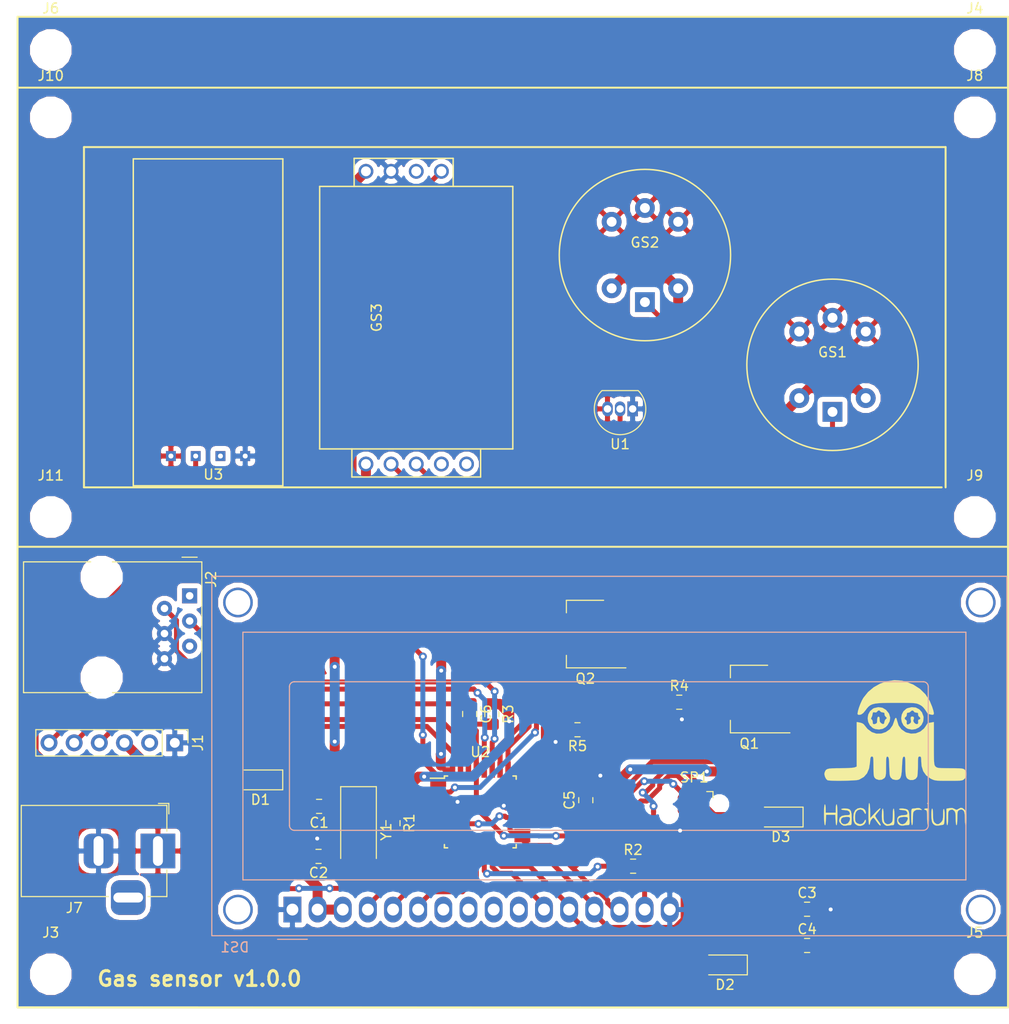
<source format=kicad_pcb>
(kicad_pcb (version 20171130) (host pcbnew "(5.0.2-4-g3082e92af)")
  (layers (0 F.Cu signal) (31 B.Cu signal) (34 B.Paste user) (35 F.Paste user) (36 B.SilkS user) (37 F.SilkS user) (38 B.Mask user) (39 F.Mask user) (44 Edge.Cuts user))
  (net 0 "")
  (net 1 GND)
  (net 2 /DTR)
  (net 3 /RESET)
  (net 4 /XTAL1)
  (net 5 /XTAL2)
  (net 6 /VCC-FTDI)
  (net 7 +5V)
  (net 8 /VCC-ICSP)
  (net 9 "Net-(DS1-Pad7)")
  (net 10 "Net-(DS1-Pad8)")
  (net 11 "Net-(DS1-Pad9)")
  (net 12 "Net-(DS1-Pad10)")
  (net 13 /LCD1)
  (net 14 /SDA)
  (net 15 /SCL)
  (net 16 /Sensor1)
  (net 17 /Sensor3)
  (net 18 /TEMP)
  (net 19 /RX)
  (net 20 /TX)
  (net 21 /TX_MH-Z19)
  (net 22 VCC)
  (net 23 /PWM_MH-Z19)
  (net 24 /RX_MH-Z19)
  (net 25 /HUM)
  (net 26 "Net-(GS1-Pad6)")
  (net 27 /Sensor2)
  (net 28 /Sensor1_ON)
  (net 29 /Sensor2_ON)
  (net 30 /LCD_E)
  (net 31 /LCD_RW)
  (net 32 /LCD_RS)
  (net 33 "Net-(J4-Pad1)")
  (net 34 "Net-(J5-Pad1)")
  (net 35 "Net-(J6-Pad1)")
  (net 36 "Net-(DS1-Pad15)")
  (net 37 /LCD_LED)
  (net 38 "Net-(GS2-Pad6)")
  (net 39 "Net-(GS3-Pad8)")
  (net 40 "Net-(GS3-Pad5)")
  (net 41 "Net-(GS3-Pad4)")
  (net 42 "Net-(J1-Pad2)")
  (net 43 "Net-(J2-Pad5)")
  (net 44 "Net-(J2-Pad1)")
  (net 45 "Net-(J3-Pad1)")
  (net 46 "Net-(U3-Pad3)")
  (net 47 /LCD2_MOSI)
  (net 48 /LCD4_SCK)
  (net 49 /LCD3_MISO)
  (net 50 "Net-(J8-Pad1)")
  (net 51 "Net-(J9-Pad1)")
  (net 52 "Net-(J10-Pad1)")
  (net 53 "Net-(J11-Pad1)")
  (module footprints:MH-Z19 (layer F.Cu) (at 90.25 80.37 270)
    (fp_text reference GS3 (at 0 4 270) (layer F.SilkS))
    (fp_text value MH-Z19)
    (pad 9 thru_hole circle (at -14.775 -2.54 270) (size 1.5 1.5) (drill 1) (layers *.Cu *.Mask) (net 23 /PWM_MH-Z19))
    (pad 8 thru_hole circle (at -14.775 0 270) (size 1.5 1.5) (drill 1) (layers *.Cu *.Mask) (net 39 "Net-(GS3-Pad8)"))
    (pad 7 thru_hole circle (at -14.775 2.54 270) (size 1.5 1.5) (drill 1) (layers *.Cu *.Mask) (net 1 GND))
    (pad 1 thru_hole circle (at 14.775 5.08 270) (size 1.5 1.5) (drill 1) (layers *.Cu *.Mask) (net 17 /Sensor3))
    (pad 2 thru_hole circle (at 14.775 2.54 270) (size 1.5 1.5) (drill 1) (layers *.Cu *.Mask) (net 24 /RX_MH-Z19))
    (pad 3 thru_hole circle (at 14.775 0 270) (size 1.5 1.5) (drill 1) (layers *.Cu *.Mask) (net 21 /TX_MH-Z19))
    (pad 4 thru_hole circle (at 14.775 -2.54 270) (size 1.5 1.5) (drill 1) (layers *.Cu *.Mask) (net 41 "Net-(GS3-Pad4)"))
    (pad 5 thru_hole circle (at 14.775 -5.08 270) (size 1.5 1.5) (drill 1) (layers *.Cu *.Mask) (net 40 "Net-(GS3-Pad5)"))
    (pad 6 thru_hole circle (at -14.775 5.08 270) (size 1.5 1.5) (drill 1) (layers *.Cu *.Mask) (net 22 VCC))
  )
  (module Package_TO_SOT_THT:TO-92_Inline (layer F.Cu) (at 112.1 89.58 180)
    (fp_text reference U1 (at 1.27 -3.56 180) (layer F.SilkS))
    (fp_text value DS18B20)
    (pad 1 thru_hole rect (at 0 0 180) (size 1.05 1.5) (drill 0.75) (layers *.Cu *.Mask) (net 1 GND))
    (pad 3 thru_hole oval (at 2.54 0 180) (size 1.05 1.5) (drill 0.75) (layers *.Cu *.Mask) (net 7 +5V))
    (pad 2 thru_hole oval (at 1.27 0 180) (size 1.05 1.5) (drill 0.75) (layers *.Cu *.Mask) (net 18 /TEMP))
  )
  (module footprints:DHT22_HOR (layer F.Cu) (at 70.48 94.34)
    (fp_text reference U3 (at -0.72 1.86) (layer F.SilkS))
    (fp_text value DHT22)
    (pad 4 thru_hole rect (at 2.5 0) (size 1 1) (drill 0.5) (layers *.Cu *.Mask) (net 1 GND))
    (pad 3 thru_hole rect (at 0 0) (size 1 1) (drill 0.5) (layers *.Cu *.Mask) (net 46 "Net-(U3-Pad3)"))
    (pad 2 thru_hole rect (at -2.5 0) (size 1 1) (drill 0.5) (layers *.Cu *.Mask) (net 25 /HUM))
    (pad 1 thru_hole rect (at -5 0) (size 1 1) (drill 0.5) (layers *.Cu *.Mask) (net 7 +5V))
  )
  (module Capacitor_SMD:C_0805_2012Metric_Pad1.15x1.40mm_HandSolder (layer F.Cu) (at 80.386257 134.754602 180)
    (fp_text reference C2 (at 0 -1.65 180) (layer F.SilkS))
    (fp_text value 18pF)
    (pad 2 smd roundrect (at 1.025 0 180) (size 1.15 1.4) (layers F.Cu F.Paste F.Mask) (roundrect_rratio 0.217391) (net 1 GND))
    (pad 1 smd roundrect (at -1.025 0 180) (size 1.15 1.4) (layers F.Cu F.Paste F.Mask) (roundrect_rratio 0.217391) (net 5 /XTAL2))
  )
  (module Capacitor_SMD:C_0805_2012Metric_Pad1.15x1.40mm_HandSolder (layer F.Cu) (at 129.711839 140.08786)
    (fp_text reference C3 (at 0 -1.65) (layer F.SilkS))
    (fp_text value 10u)
    (pad 2 smd roundrect (at 1.025 0) (size 1.15 1.4) (layers F.Cu F.Paste F.Mask) (roundrect_rratio 0.217391) (net 1 GND))
    (pad 1 smd roundrect (at -1.025 0) (size 1.15 1.4) (layers F.Cu F.Paste F.Mask) (roundrect_rratio 0.217391) (net 22 VCC))
  )
  (module Capacitor_SMD:C_0805_2012Metric_Pad1.15x1.40mm_HandSolder (layer F.Cu) (at 129.716839 143.74786)
    (fp_text reference C4 (at 0 -1.65) (layer F.SilkS))
    (fp_text value 100nF)
    (pad 2 smd roundrect (at 1.025 0) (size 1.15 1.4) (layers F.Cu F.Paste F.Mask) (roundrect_rratio 0.217391) (net 1 GND))
    (pad 1 smd roundrect (at -1.025 0) (size 1.15 1.4) (layers F.Cu F.Paste F.Mask) (roundrect_rratio 0.217391) (net 22 VCC))
  )
  (module Capacitor_SMD:C_0805_2012Metric_Pad1.15x1.40mm_HandSolder (layer F.Cu) (at 95.645609 120.378281 270)
    (fp_text reference C6 (at 0 -1.65 270) (layer F.SilkS))
    (fp_text value 100nF)
    (pad 2 smd roundrect (at 1.025 0 270) (size 1.15 1.4) (layers F.Cu F.Paste F.Mask) (roundrect_rratio 0.217391) (net 3 /RESET))
    (pad 1 smd roundrect (at -1.025 0 270) (size 1.15 1.4) (layers F.Cu F.Paste F.Mask) (roundrect_rratio 0.217391) (net 2 /DTR))
  )
  (module Diode_SMD:D_SOD-123 (layer F.Cu) (at 74.52 127.03 180)
    (fp_text reference D1 (at 0 -2 180) (layer F.SilkS))
    (fp_text value D_Schottky)
    (pad 2 smd rect (at 1.65 0 180) (size 0.9 1.2) (layers F.Cu F.Paste F.Mask) (net 6 /VCC-FTDI))
    (pad 1 smd rect (at -1.65 0 180) (size 0.9 1.2) (layers F.Cu F.Paste F.Mask) (net 22 VCC))
  )
  (module Diode_SMD:D_SOD-123 (layer F.Cu) (at 121.43 145.71 180)
    (fp_text reference D2 (at 0 -2 180) (layer F.SilkS))
    (fp_text value D_Schottky)
    (pad 2 smd rect (at 1.65 0 180) (size 0.9 1.2) (layers F.Cu F.Paste F.Mask) (net 7 +5V))
    (pad 1 smd rect (at -1.65 0 180) (size 0.9 1.2) (layers F.Cu F.Paste F.Mask) (net 22 VCC))
  )
  (module Diode_SMD:D_SOD-123 (layer F.Cu) (at 127.058674 130.780878 180)
    (fp_text reference D3 (at 0 -2 180) (layer F.SilkS))
    (fp_text value D_Schottky)
    (pad 2 smd rect (at 1.65 0 180) (size 0.9 1.2) (layers F.Cu F.Paste F.Mask) (net 8 /VCC-ICSP))
    (pad 1 smd rect (at -1.65 0 180) (size 0.9 1.2) (layers F.Cu F.Paste F.Mask) (net 22 VCC))
  )
  (module Display:WC1602A (layer B.Cu) (at 77.747934 140.122755)
    (fp_text reference DS1 (at -5.82 3.81) (layer B.SilkS) (effects (justify mirror)))
    (fp_text value WC1602A)
    (pad "" thru_hole circle (at 69.5 0) (size 3 3) (drill 2.5) (layers *.Cu *.Mask))
    (pad "" thru_hole circle (at 69.49948 -31.0007) (size 3 3) (drill 2.5) (layers *.Cu *.Mask))
    (pad "" thru_hole circle (at -5.4991 -31.0007) (size 3 3) (drill 2.5) (layers *.Cu *.Mask))
    (pad "" thru_hole circle (at -5.4991 0) (size 3 3) (drill 2.5) (layers *.Cu *.Mask))
    (pad 16 thru_hole oval (at 38.1 0) (size 1.8 2.6) (drill 1.2) (layers *.Cu *.Mask) (net 1 GND))
    (pad 15 thru_hole oval (at 35.56 0) (size 1.8 2.6) (drill 1.2) (layers *.Cu *.Mask) (net 36 "Net-(DS1-Pad15)"))
    (pad 14 thru_hole oval (at 33.02 0) (size 1.8 2.6) (drill 1.2) (layers *.Cu *.Mask) (net 48 /LCD4_SCK))
    (pad 13 thru_hole oval (at 30.48 0) (size 1.8 2.6) (drill 1.2) (layers *.Cu *.Mask) (net 49 /LCD3_MISO))
    (pad 12 thru_hole oval (at 27.94 0) (size 1.8 2.6) (drill 1.2) (layers *.Cu *.Mask) (net 47 /LCD2_MOSI))
    (pad 11 thru_hole oval (at 25.4 0) (size 1.8 2.6) (drill 1.2) (layers *.Cu *.Mask) (net 13 /LCD1))
    (pad 10 thru_hole oval (at 22.86 0) (size 1.8 2.6) (drill 1.2) (layers *.Cu *.Mask) (net 12 "Net-(DS1-Pad10)"))
    (pad 9 thru_hole oval (at 20.32 0) (size 1.8 2.6) (drill 1.2) (layers *.Cu *.Mask) (net 11 "Net-(DS1-Pad9)"))
    (pad 8 thru_hole oval (at 17.78 0) (size 1.8 2.6) (drill 1.2) (layers *.Cu *.Mask) (net 10 "Net-(DS1-Pad8)"))
    (pad 7 thru_hole oval (at 15.24 0) (size 1.8 2.6) (drill 1.2) (layers *.Cu *.Mask) (net 9 "Net-(DS1-Pad7)"))
    (pad 6 thru_hole oval (at 12.7 0) (size 1.8 2.6) (drill 1.2) (layers *.Cu *.Mask) (net 30 /LCD_E))
    (pad 5 thru_hole oval (at 10.16 0) (size 1.8 2.6) (drill 1.2) (layers *.Cu *.Mask) (net 31 /LCD_RW))
    (pad 4 thru_hole oval (at 7.62 0) (size 1.8 2.6) (drill 1.2) (layers *.Cu *.Mask) (net 32 /LCD_RS))
    (pad 3 thru_hole oval (at 5.08 0) (size 1.8 2.6) (drill 1.2) (layers *.Cu *.Mask) (net 22 VCC))
    (pad 2 thru_hole oval (at 2.54 0) (size 1.8 2.6) (drill 1.2) (layers *.Cu *.Mask) (net 22 VCC))
    (pad 1 thru_hole rect (at 0 0) (size 1.8 2.6) (drill 1.2) (layers *.Cu *.Mask) (net 1 GND))
  )
  (module Resistor_SMD:R_0805_2012Metric_Pad1.15x1.40mm_HandSolder (layer F.Cu) (at 87.901257 131.399602 270)
    (fp_text reference R1 (at 0 -1.65 270) (layer F.SilkS))
    (fp_text value 1M)
    (pad 2 smd roundrect (at 1.025 0 270) (size 1.15 1.4) (layers F.Cu F.Paste F.Mask) (roundrect_rratio 0.217391) (net 5 /XTAL2))
    (pad 1 smd roundrect (at -1.025 0 270) (size 1.15 1.4) (layers F.Cu F.Paste F.Mask) (roundrect_rratio 0.217391) (net 4 /XTAL1))
  )
  (module Resistor_SMD:R_0805_2012Metric_Pad1.15x1.40mm_HandSolder (layer F.Cu) (at 112.147934 135.742755)
    (fp_text reference R2 (at 0 -1.65) (layer F.SilkS))
    (fp_text value R)
    (pad 2 smd roundrect (at 1.025 0) (size 1.15 1.4) (layers F.Cu F.Paste F.Mask) (roundrect_rratio 0.217391) (net 36 "Net-(DS1-Pad15)"))
    (pad 1 smd roundrect (at -1.025 0) (size 1.15 1.4) (layers F.Cu F.Paste F.Mask) (roundrect_rratio 0.217391) (net 37 /LCD_LED))
  )
  (module Resistor_SMD:R_0805_2012Metric_Pad1.15x1.40mm_HandSolder (layer F.Cu) (at 97.885609 120.388281 270)
    (fp_text reference R3 (at 0 -1.65 270) (layer F.SilkS))
    (fp_text value 10k)
    (pad 2 smd roundrect (at 1.025 0 270) (size 1.15 1.4) (layers F.Cu F.Paste F.Mask) (roundrect_rratio 0.217391) (net 3 /RESET))
    (pad 1 smd roundrect (at -1.025 0 270) (size 1.15 1.4) (layers F.Cu F.Paste F.Mask) (roundrect_rratio 0.217391) (net 22 VCC))
  )
  (module Resistor_SMD:R_0805_2012Metric_Pad1.15x1.40mm_HandSolder (layer F.Cu) (at 116.805 119.19)
    (fp_text reference R4 (at 0 -1.65) (layer F.SilkS))
    (fp_text value 20k)
    (pad 2 smd roundrect (at 1.025 0) (size 1.15 1.4) (layers F.Cu F.Paste F.Mask) (roundrect_rratio 0.217391) (net 1 GND))
    (pad 1 smd roundrect (at -1.025 0) (size 1.15 1.4) (layers F.Cu F.Paste F.Mask) (roundrect_rratio 0.217391) (net 16 /Sensor1))
  )
  (module Package_TO_SOT_SMD:SOT-223-3_TabPin2 (layer F.Cu) (at 123.88 118.87 180)
    (fp_text reference Q1 (at 0 -4.5 180) (layer F.SilkS))
    (fp_text value BSP75)
    (pad 1 smd rect (at -3.15 -2.3 180) (size 2 1.5) (layers F.Cu F.Paste F.Mask) (net 28 /Sensor1_ON))
    (pad 3 smd rect (at -3.15 2.3 180) (size 2 1.5) (layers F.Cu F.Paste F.Mask) (net 26 "Net-(GS1-Pad6)"))
    (pad 2 smd rect (at -3.15 0 180) (size 2 1.5) (layers F.Cu F.Paste F.Mask) (net 1 GND))
    (pad 2 smd rect (at 3.15 0 180) (size 2 3.8) (layers F.Cu F.Paste F.Mask) (net 1 GND))
  )
  (module Package_TO_SOT_SMD:SOT-223-3_TabPin2 (layer F.Cu) (at 107.32 112.31 180)
    (fp_text reference Q2 (at 0 -4.5 180) (layer F.SilkS))
    (fp_text value BSP75)
    (pad 1 smd rect (at -3.15 -2.3 180) (size 2 1.5) (layers F.Cu F.Paste F.Mask) (net 29 /Sensor2_ON))
    (pad 3 smd rect (at -3.15 2.3 180) (size 2 1.5) (layers F.Cu F.Paste F.Mask) (net 38 "Net-(GS2-Pad6)"))
    (pad 2 smd rect (at -3.15 0 180) (size 2 1.5) (layers F.Cu F.Paste F.Mask) (net 1 GND))
    (pad 2 smd rect (at 3.15 0 180) (size 2 3.8) (layers F.Cu F.Paste F.Mask) (net 1 GND))
  )
  (module Capacitor_SMD:C_0805_2012Metric_Pad1.15x1.40mm_HandSolder (layer F.Cu) (at 80.441257 129.704602 180)
    (fp_text reference C1 (at 0 -1.65 180) (layer F.SilkS))
    (fp_text value 18pF)
    (pad 2 smd roundrect (at 1.025 0 180) (size 1.15 1.4) (layers F.Cu F.Paste F.Mask) (roundrect_rratio 0.217391) (net 1 GND))
    (pad 1 smd roundrect (at -1.025 0 180) (size 1.15 1.4) (layers F.Cu F.Paste F.Mask) (roundrect_rratio 0.217391) (net 4 /XTAL1))
  )
  (module MountingHole:MountingHole_3.2mm_M3 (layer F.Cu) (at 146.65 53.35)
    (fp_text reference J4 (at 0 -4.2) (layer F.SilkS))
    (fp_text value hole)
    (pad 1 np_thru_hole circle (at 0 0) (size 3.2 3.2) (drill 3.2) (layers *.Cu *.Mask) (net 33 "Net-(J4-Pad1)"))
  )
  (module MountingHole:MountingHole_3.2mm_M3 (layer F.Cu) (at 146.65 146.65)
    (fp_text reference J5 (at 0 -4.2) (layer F.SilkS))
    (fp_text value hole)
    (pad 1 np_thru_hole circle (at 0 0) (size 3.2 3.2) (drill 3.2) (layers *.Cu *.Mask) (net 34 "Net-(J5-Pad1)"))
  )
  (module MountingHole:MountingHole_3.2mm_M3 (layer F.Cu) (at 53.35 53.35)
    (fp_text reference J6 (at 0 -4.2) (layer F.SilkS))
    (fp_text value hole)
    (pad 1 np_thru_hole circle (at 0 0) (size 3.2 3.2) (drill 3.2) (layers *.Cu *.Mask) (net 35 "Net-(J6-Pad1)"))
  )
  (module Crystal:Crystal_SMD_5032-2Pin_5.0x3.2mm_HandSoldering (layer F.Cu) (at 84.421257 132.264602 270)
    (fp_text reference Y1 (at 0 -2.8 270) (layer F.SilkS))
    (fp_text value 8MHz)
    (pad 2 smd rect (at 2.6 0 270) (size 3.5 2.4) (layers F.Cu F.Paste F.Mask) (net 5 /XTAL2))
    (pad 1 smd rect (at -2.6 0 270) (size 3.5 2.4) (layers F.Cu F.Paste F.Mask) (net 4 /XTAL1))
  )
  (module Capacitor_SMD:C_0805_2012Metric_Pad1.15x1.40mm_HandSolder (layer F.Cu) (at 107.37 129.08 90)
    (fp_text reference C5 (at 0 -1.65 90) (layer F.SilkS))
    (fp_text value 100nF)
    (pad 2 smd roundrect (at 1.025 0 90) (size 1.15 1.4) (layers F.Cu F.Paste F.Mask) (roundrect_rratio 0.217391) (net 1 GND))
    (pad 1 smd roundrect (at -1.025 0 90) (size 1.15 1.4) (layers F.Cu F.Paste F.Mask) (roundrect_rratio 0.217391) (net 22 VCC))
  )
  (module Connector_PinHeader_2.54mm:PinHeader_1x06_P2.54mm_Vertical (layer F.Cu) (at 65.87 123.29 270)
    (fp_text reference J1 (at 0 -2.33 270) (layer F.SilkS))
    (fp_text value "Conn FT232RL")
    (pad 6 thru_hole oval (at 0 12.7 270) (size 1.7 1.7) (drill 1) (layers *.Cu *.Mask) (net 2 /DTR))
    (pad 5 thru_hole oval (at 0 10.16 270) (size 1.7 1.7) (drill 1) (layers *.Cu *.Mask) (net 19 /RX))
    (pad 4 thru_hole oval (at 0 7.62 270) (size 1.7 1.7) (drill 1) (layers *.Cu *.Mask) (net 20 /TX))
    (pad 3 thru_hole oval (at 0 5.08 270) (size 1.7 1.7) (drill 1) (layers *.Cu *.Mask) (net 6 /VCC-FTDI))
    (pad 2 thru_hole oval (at 0 2.54 270) (size 1.7 1.7) (drill 1) (layers *.Cu *.Mask) (net 42 "Net-(J1-Pad2)"))
    (pad 1 thru_hole rect (at 0 0 270) (size 1.7 1.7) (drill 1) (layers *.Cu *.Mask) (net 1 GND))
  )
  (module Connector_RJ:RJ12_Amphenol_54601 (layer F.Cu) (at 67.37 108.45 270)
    (fp_text reference J2 (at -1.67 -2.16 270) (layer F.SilkS))
    (fp_text value RJ12)
    (pad 1 thru_hole rect (at 0 0 270) (size 1.52 1.52) (drill 0.76) (layers *.Cu *.Mask) (net 44 "Net-(J2-Pad1)"))
    (pad "" np_thru_hole circle (at -1.91 8.89 270) (size 3.25 3.25) (drill 3.25) (layers *.Cu *.Mask))
    (pad 2 thru_hole circle (at 1.27 2.54 270) (size 1.52 1.52) (drill 0.76) (layers *.Cu *.Mask) (net 15 /SCL))
    (pad 3 thru_hole circle (at 2.54 0 270) (size 1.52 1.52) (drill 0.76) (layers *.Cu *.Mask) (net 14 /SDA))
    (pad 4 thru_hole circle (at 3.81 2.54 270) (size 1.52 1.52) (drill 0.76) (layers *.Cu *.Mask) (net 1 GND))
    (pad 5 thru_hole circle (at 5.08 0 270) (size 1.52 1.52) (drill 0.76) (layers *.Cu *.Mask) (net 43 "Net-(J2-Pad5)"))
    (pad 6 thru_hole circle (at 6.35 2.54 270) (size 1.52 1.52) (drill 0.76) (layers *.Cu *.Mask) (net 1 GND))
    (pad "" np_thru_hole circle (at 8.25 8.89 270) (size 3.25 3.25) (drill 3.25) (layers *.Cu *.Mask))
  )
  (module MountingHole:MountingHole_3.2mm_M3 (layer F.Cu) (at 53.35 146.65)
    (fp_text reference J3 (at 0 -4.2) (layer F.SilkS))
    (fp_text value hole)
    (pad 1 np_thru_hole circle (at 0 0) (size 3.2 3.2) (drill 3.2) (layers *.Cu *.Mask) (net 45 "Net-(J3-Pad1)"))
  )
  (module Connector_BarrelJack:BarrelJack_Horizontal (layer F.Cu) (at 64.17 134.21)
    (fp_text reference J7 (at -8.45 5.75) (layer F.SilkS))
    (fp_text value 5V_Power_source)
    (pad 3 thru_hole roundrect (at -3 4.7) (size 3.5 3.5) (drill oval 3 1) (layers *.Cu *.Mask))
    (pad 2 thru_hole roundrect (at -6 0) (size 3 3.5) (drill oval 1 3) (layers *.Cu *.Mask) (net 1 GND))
    (pad 1 thru_hole rect (at 0 0) (size 3.5 3.5) (drill oval 1 3) (layers *.Cu *.Mask) (net 7 +5V))
  )
  (module Resistor_SMD:R_0805_2012Metric_Pad1.15x1.40mm_HandSolder (layer F.Cu) (at 106.53 121.97 180)
    (fp_text reference R5 (at 0 -1.65 180) (layer F.SilkS))
    (fp_text value 10k)
    (pad 2 smd roundrect (at 1.025 0 180) (size 1.15 1.4) (layers F.Cu F.Paste F.Mask) (roundrect_rratio 0.217391) (net 1 GND))
    (pad 1 smd roundrect (at -1.025 0 180) (size 1.15 1.4) (layers F.Cu F.Paste F.Mask) (roundrect_rratio 0.217391) (net 27 /Sensor2))
  )
  (module Package_QFP:TQFP-32_7x7mm_P0.8mm (layer F.Cu) (at 96.717934 130.262755)
    (fp_text reference U2 (at 0 -6.05) (layer F.SilkS))
    (fp_text value ATmega328P-AU)
    (pad 32 smd rect (at -2.8 -4.25 90) (size 1.6 0.55) (layers F.Cu F.Paste F.Mask) (net 17 /Sensor3))
    (pad 31 smd rect (at -2 -4.25 90) (size 1.6 0.55) (layers F.Cu F.Paste F.Mask) (net 20 /TX))
    (pad 30 smd rect (at -1.2 -4.25 90) (size 1.6 0.55) (layers F.Cu F.Paste F.Mask) (net 19 /RX))
    (pad 29 smd rect (at -0.4 -4.25 90) (size 1.6 0.55) (layers F.Cu F.Paste F.Mask) (net 3 /RESET))
    (pad 28 smd rect (at 0.4 -4.25 90) (size 1.6 0.55) (layers F.Cu F.Paste F.Mask) (net 15 /SCL))
    (pad 27 smd rect (at 1.2 -4.25 90) (size 1.6 0.55) (layers F.Cu F.Paste F.Mask) (net 14 /SDA))
    (pad 26 smd rect (at 2 -4.25 90) (size 1.6 0.55) (layers F.Cu F.Paste F.Mask) (net 24 /RX_MH-Z19))
    (pad 25 smd rect (at 2.8 -4.25 90) (size 1.6 0.55) (layers F.Cu F.Paste F.Mask) (net 21 /TX_MH-Z19))
    (pad 24 smd rect (at 4.25 -2.8) (size 1.6 0.55) (layers F.Cu F.Paste F.Mask) (net 29 /Sensor2_ON))
    (pad 23 smd rect (at 4.25 -2) (size 1.6 0.55) (layers F.Cu F.Paste F.Mask) (net 27 /Sensor2))
    (pad 22 smd rect (at 4.25 -1.2) (size 1.6 0.55) (layers F.Cu F.Paste F.Mask) (net 16 /Sensor1))
    (pad 21 smd rect (at 4.25 -0.4) (size 1.6 0.55) (layers F.Cu F.Paste F.Mask) (net 1 GND))
    (pad 20 smd rect (at 4.25 0.4) (size 1.6 0.55) (layers F.Cu F.Paste F.Mask) (net 22 VCC))
    (pad 19 smd rect (at 4.25 1.2) (size 1.6 0.55) (layers F.Cu F.Paste F.Mask) (net 28 /Sensor1_ON))
    (pad 18 smd rect (at 4.25 2) (size 1.6 0.55) (layers F.Cu F.Paste F.Mask) (net 22 VCC))
    (pad 17 smd rect (at 4.25 2.8) (size 1.6 0.55) (layers F.Cu F.Paste F.Mask) (net 48 /LCD4_SCK))
    (pad 16 smd rect (at 2.8 4.25 90) (size 1.6 0.55) (layers F.Cu F.Paste F.Mask) (net 49 /LCD3_MISO))
    (pad 15 smd rect (at 2 4.25 90) (size 1.6 0.55) (layers F.Cu F.Paste F.Mask) (net 47 /LCD2_MOSI))
    (pad 14 smd rect (at 1.2 4.25 90) (size 1.6 0.55) (layers F.Cu F.Paste F.Mask) (net 13 /LCD1))
    (pad 13 smd rect (at 0.4 4.25 90) (size 1.6 0.55) (layers F.Cu F.Paste F.Mask) (net 37 /LCD_LED))
    (pad 12 smd rect (at -0.4 4.25 90) (size 1.6 0.55) (layers F.Cu F.Paste F.Mask) (net 30 /LCD_E))
    (pad 11 smd rect (at -1.2 4.25 90) (size 1.6 0.55) (layers F.Cu F.Paste F.Mask) (net 31 /LCD_RW))
    (pad 10 smd rect (at -2 4.25 90) (size 1.6 0.55) (layers F.Cu F.Paste F.Mask) (net 32 /LCD_RS))
    (pad 9 smd rect (at -2.8 4.25 90) (size 1.6 0.55) (layers F.Cu F.Paste F.Mask) (net 25 /HUM))
    (pad 8 smd rect (at -4.25 2.8) (size 1.6 0.55) (layers F.Cu F.Paste F.Mask) (net 5 /XTAL2))
    (pad 7 smd rect (at -4.25 2) (size 1.6 0.55) (layers F.Cu F.Paste F.Mask) (net 4 /XTAL1))
    (pad 6 smd rect (at -4.25 1.2) (size 1.6 0.55) (layers F.Cu F.Paste F.Mask) (net 22 VCC))
    (pad 5 smd rect (at -4.25 0.4) (size 1.6 0.55) (layers F.Cu F.Paste F.Mask) (net 1 GND))
    (pad 4 smd rect (at -4.25 -0.4) (size 1.6 0.55) (layers F.Cu F.Paste F.Mask) (net 22 VCC))
    (pad 3 smd rect (at -4.25 -1.2) (size 1.6 0.55) (layers F.Cu F.Paste F.Mask) (net 1 GND))
    (pad 2 smd rect (at -4.25 -2) (size 1.6 0.55) (layers F.Cu F.Paste F.Mask) (net 18 /TEMP))
    (pad 1 smd rect (at -4.25 -2.8) (size 1.6 0.55) (layers F.Cu F.Paste F.Mask) (net 23 /PWM_MH-Z19))
  )
  (module MountingHole:MountingHole_3.2mm_M3 (layer F.Cu) (at 146.65 60.15)
    (fp_text reference J8 (at 0 -4.2) (layer F.SilkS))
    (fp_text value hole)
    (pad 1 np_thru_hole circle (at 0 0) (size 3.2 3.2) (drill 3.2) (layers *.Cu *.Mask) (net 50 "Net-(J8-Pad1)"))
  )
  (module MountingHole:MountingHole_3.2mm_M3 (layer F.Cu) (at 146.65 100.5)
    (fp_text reference J9 (at 0 -4.2) (layer F.SilkS))
    (fp_text value hole)
    (pad 1 np_thru_hole circle (at 0 0) (size 3.2 3.2) (drill 3.2) (layers *.Cu *.Mask) (net 51 "Net-(J9-Pad1)"))
  )
  (module MountingHole:MountingHole_3.2mm_M3 (layer F.Cu) (at 53.35 60.15)
    (fp_text reference J10 (at 0 -4.2) (layer F.SilkS))
    (fp_text value hole)
    (pad 1 np_thru_hole circle (at 0 0) (size 3.2 3.2) (drill 3.2) (layers *.Cu *.Mask) (net 52 "Net-(J10-Pad1)"))
  )
  (module MountingHole:MountingHole_3.2mm_M3 (layer F.Cu) (at 53.35 100.5)
    (fp_text reference J11 (at 0 -4.2) (layer F.SilkS))
    (fp_text value hole)
    (pad 1 np_thru_hole circle (at 0 0) (size 3.2 3.2) (drill 3.2) (layers *.Cu *.Mask) (net 53 "Net-(J11-Pad1)"))
  )
  (module footprints:MQ-4 (layer F.Cu) (at 132.28 85.13 180)
    (fp_text reference GS1 (at 0 1.27 180) (layer F.SilkS))
    (fp_text value MQ-4)
    (pad 1 thru_hole circle (at -3.35875 -3.35875 180) (size 2 2) (drill 1) (layers *.Cu *.Mask) (net 16 /Sensor1))
    (pad 6 thru_hole rect (at 0 -4.75 180) (size 2 2) (drill 1) (layers *.Cu *.Mask) (net 26 "Net-(GS1-Pad6)"))
    (pad 2 thru_hole circle (at 3.35875 -3.35875 180) (size 2 2) (drill 1) (layers *.Cu *.Mask) (net 16 /Sensor1))
    (pad 4 thru_hole circle (at 3.35875 3.35875 180) (size 2 2) (drill 1) (layers *.Cu *.Mask) (net 7 +5V))
    (pad 5 thru_hole circle (at 0 4.75 180) (size 2 2) (drill 1) (layers *.Cu *.Mask) (net 7 +5V))
    (pad 3 thru_hole circle (at -3.35875 3.35875 180) (size 2 2) (drill 1) (layers *.Cu *.Mask) (net 7 +5V))
  )
  (module footprints:MQ-8 (layer F.Cu) (at 113.34 74.05 180)
    (fp_text reference GS2 (at 0 1.27 180) (layer F.SilkS))
    (fp_text value MQ-8)
    (pad 1 thru_hole circle (at -3.35875 -3.35875 180) (size 2 2) (drill 1) (layers *.Cu *.Mask) (net 27 /Sensor2))
    (pad 6 thru_hole rect (at 0 -4.75 180) (size 2 2) (drill 1) (layers *.Cu *.Mask) (net 38 "Net-(GS2-Pad6)"))
    (pad 2 thru_hole circle (at 3.35875 -3.35875 180) (size 2 2) (drill 1) (layers *.Cu *.Mask) (net 27 /Sensor2))
    (pad 4 thru_hole circle (at 3.35875 3.35875 180) (size 2 2) (drill 1) (layers *.Cu *.Mask) (net 7 +5V))
    (pad 5 thru_hole circle (at 0 4.75 180) (size 2 2) (drill 1) (layers *.Cu *.Mask) (net 7 +5V))
    (pad 3 thru_hole circle (at -3.35875 3.35875 180) (size 2 2) (drill 1) (layers *.Cu *.Mask) (net 7 +5V))
  )
  (module Connector:Tag-Connect_TC2030-IDC-NL_2x03_P1.27mm_Vertical (layer F.Cu) (at 118.31 129.48 180)
    (fp_text reference SP1 (at 0 2.7 180) (layer F.SilkS))
    (fp_text value ICSP)
    (pad "" np_thru_hole circle (at 2.54 -1.016 180) (size 0.9906 0.9906) (drill 0.9906) (layers *.Cu *.Mask))
    (pad "" np_thru_hole circle (at 2.54 1.016 180) (size 0.9906 0.9906) (drill 0.9906) (layers *.Cu *.Mask))
    (pad "" np_thru_hole circle (at -2.54 0 180) (size 0.9906 0.9906) (drill 0.9906) (layers *.Cu *.Mask))
    (pad 1 connect circle (at -1.27 0.635 180) (size 0.7874 0.7874) (layers F.Cu F.Mask) (net 49 /LCD3_MISO))
    (pad 2 connect circle (at -1.27 -0.635 180) (size 0.7874 0.7874) (layers F.Cu F.Mask) (net 8 /VCC-ICSP))
    (pad 3 connect circle (at 0 0.635 180) (size 0.7874 0.7874) (layers F.Cu F.Mask) (net 48 /LCD4_SCK))
    (pad 4 connect circle (at 0 -0.635 180) (size 0.7874 0.7874) (layers F.Cu F.Mask) (net 47 /LCD2_MOSI))
    (pad 5 connect circle (at 1.27 0.635 180) (size 0.7874 0.7874) (layers F.Cu F.Mask) (net 3 /RESET))
    (pad 6 connect circle (at 1.27 -0.635 180) (size 0.7874 0.7874) (layers F.Cu F.Mask) (net 1 GND))
  )
  (module footprints:hackuarium (layer F.Cu) (at 138.62 124.33)
    (fp_text reference G1 hide)
    (fp_text value LOGO hide)
  )
  (gr_text "Gas sensor v1.0.0" (at 68.364 147.104) (layer F.SilkS) (effects (font (size 1.5 1.5) (thickness 0.3))))
  (gr_line (start 56.7 63.15) (end 143.7 63.15) (layer F.SilkS) (width 0.2))
  (gr_line (start 143.7 63.15) (end 143.7 97.5) (layer F.SilkS) (width 0.2))
  (gr_line (start 56.7 97.5) (end 143.3 97.5) (layer F.SilkS) (width 0.2))
  (gr_line (start 56.7 63.15) (end 56.7 97.5) (layer F.SilkS) (width 0.2))
  (gr_line (start 150 103.5) (end 50 103.5) (layer F.SilkS) (width 0.2))
  (gr_line (start 50 57.15) (end 150 57.15) (layer F.SilkS) (width 0.2))
  (gr_line (start 50 150) (end 50 50) (layer F.SilkS) (width 0.2))
  (gr_line (start 150 150) (end 50 150) (layer F.SilkS) (width 0.2))
  (gr_line (start 150 50) (end 150 150) (layer F.SilkS) (width 0.2))
  (gr_line (start 50 50) (end 150 50) (layer F.SilkS) (width 0.2))
  (segment (start 93.552936 130.662755) (end 92.467934 130.662755) (width 0.5) (layer F.Cu) (net 1))
  (segment (start 93.717935 130.497756) (end 93.552936 130.662755) (width 0.5) (layer F.Cu) (net 1))
  (segment (start 93.717935 129.227754) (end 93.717935 130.497756) (width 0.5) (layer F.Cu) (net 1))
  (segment (start 93.552936 129.062755) (end 93.717935 129.227754) (width 0.5) (layer F.Cu) (net 1))
  (segment (start 92.467934 129.062755) (end 93.552936 129.062755) (width 0.5) (layer F.Cu) (net 1))
  (segment (start 79.416257 134.699602) (end 79.361257 134.754602) (width 0.5) (layer F.Cu) (net 1))
  (segment (start 105.562245 129.862755) (end 107.37 128.055) (width 0.5) (layer F.Cu) (net 1))
  (segment (start 100.967934 129.862755) (end 105.562245 129.862755) (width 0.5) (layer F.Cu) (net 1))
  (segment (start 130.741839 140.09286) (end 130.736839 140.08786) (width 1) (layer F.Cu) (net 1))
  (segment (start 130.741839 143.74786) (end 130.741839 140.09286) (width 1) (layer F.Cu) (net 1))
  (segment (start 122.23 118.87) (end 127.03 118.87) (width 0.5) (layer F.Cu) (net 1))
  (segment (start 120.73 118.87) (end 122.23 118.87) (width 0.5) (layer F.Cu) (net 1))
  (segment (start 120.41 119.19) (end 120.73 118.87) (width 0.5) (layer F.Cu) (net 1))
  (segment (start 117.83 119.19) (end 120.41 119.19) (width 0.5) (layer F.Cu) (net 1))
  (via (at 104.32 123.2) (size 0.8) (drill 0.4) (layers F.Cu B.Cu) (net 1))
  (segment (start 105.505 122.015) (end 104.32 123.2) (width 0.5) (layer F.Cu) (net 1))
  (segment (start 105.505 121.97) (end 105.505 122.015) (width 0.5) (layer F.Cu) (net 1))
  (via (at 108.84 126.6) (size 0.8) (drill 0.4) (layers F.Cu B.Cu) (net 1))
  (segment (start 107.385 128.055) (end 108.84 126.6) (width 0.5) (layer F.Cu) (net 1))
  (segment (start 107.37 128.055) (end 107.385 128.055) (width 0.5) (layer F.Cu) (net 1))
  (via (at 80.25 132.95) (size 0.8) (drill 0.4) (layers F.Cu B.Cu) (net 1))
  (segment (start 79.416257 132.95) (end 80.25 132.95) (width 0.5) (layer F.Cu) (net 1))
  (segment (start 79.416257 129.704602) (end 79.416257 132.95) (width 0.5) (layer F.Cu) (net 1))
  (segment (start 79.416257 132.95) (end 79.416257 134.699602) (width 0.5) (layer F.Cu) (net 1))
  (segment (start 117.83 120.16) (end 117.07 120.92) (width 0.5) (layer F.Cu) (net 1))
  (via (at 117.07 120.92) (size 0.8) (drill 0.4) (layers F.Cu B.Cu) (net 1))
  (segment (start 117.83 119.19) (end 117.83 120.16) (width 0.5) (layer F.Cu) (net 1))
  (segment (start 110.72 112.31) (end 110.47 112.31) (width 0.5) (layer F.Cu) (net 1))
  (segment (start 111.97 113.56) (end 110.72 112.31) (width 0.5) (layer F.Cu) (net 1))
  (segment (start 111.97 115.505) (end 111.97 113.56) (width 0.5) (layer F.Cu) (net 1))
  (segment (start 105.505 121.97) (end 111.97 115.505) (width 0.5) (layer F.Cu) (net 1))
  (segment (start 104.17 112.31) (end 110.47 112.31) (width 0.5) (layer F.Cu) (net 1))
  (via (at 116.89 132.15) (size 0.8) (drill 0.4) (layers F.Cu B.Cu) (net 1))
  (segment (start 117.04 132) (end 116.89 132.15) (width 0.5) (layer F.Cu) (net 1))
  (segment (start 117.04 130.115) (end 117.04 132) (width 0.5) (layer F.Cu) (net 1))
  (segment (start 132.074635 140.08786) (end 132.095513 140.108738) (width 0.5) (layer F.Cu) (net 1))
  (via (at 132.095513 140.108738) (size 0.8) (drill 0.4) (layers F.Cu B.Cu) (net 1))
  (segment (start 130.736839 140.08786) (end 132.074635 140.08786) (width 0.5) (layer F.Cu) (net 1))
  (segment (start 94.397754 129.227754) (end 94.42 129.25) (width 0.5) (layer F.Cu) (net 1))
  (via (at 94.42 129.25) (size 0.8) (drill 0.4) (layers F.Cu B.Cu) (net 1))
  (segment (start 93.717935 129.227754) (end 94.397754 129.227754) (width 0.5) (layer F.Cu) (net 1))
  (segment (start 99.312755 129.862755) (end 99.09 129.64) (width 0.5) (layer F.Cu) (net 1))
  (via (at 99.09 129.64) (size 0.8) (drill 0.4) (layers F.Cu B.Cu) (net 1))
  (segment (start 100.967934 129.862755) (end 99.312755 129.862755) (width 0.5) (layer F.Cu) (net 1))
  (segment (start 57.106719 119.353281) (end 53.17 123.29) (width 0.5) (layer F.Cu) (net 2))
  (segment (start 95.645609 119.353281) (end 57.106719 119.353281) (width 0.5) (layer F.Cu) (net 2))
  (segment (start 96.317934 122.075606) (end 95.645609 121.403281) (width 0.5) (layer F.Cu) (net 3))
  (segment (start 96.317934 126.012755) (end 96.317934 122.075606) (width 0.5) (layer F.Cu) (net 3))
  (segment (start 97.875609 121.403281) (end 97.885609 121.413281) (width 0.5) (layer F.Cu) (net 3))
  (segment (start 95.645609 121.403281) (end 97.875609 121.403281) (width 0.5) (layer F.Cu) (net 3))
  (via (at 99.08779 132.668212) (size 0.8) (drill 0.4) (layers F.Cu B.Cu) (net 3))
  (segment (start 96.317934 129.898356) (end 99.08779 132.668212) (width 0.5) (layer F.Cu) (net 3))
  (segment (start 96.317934 126.012755) (end 96.317934 129.898356) (width 0.5) (layer F.Cu) (net 3))
  (segment (start 99.08779 132.668212) (end 102.601788 132.668212) (width 0.5) (layer B.Cu) (net 3))
  (via (at 104.35 132.69) (size 0.8) (drill 0.4) (layers F.Cu B.Cu) (net 3))
  (segment (start 102.623576 132.69) (end 104.35 132.69) (width 0.5) (layer B.Cu) (net 3))
  (segment (start 102.601788 132.668212) (end 102.623576 132.69) (width 0.5) (layer B.Cu) (net 3))
  (segment (start 104.35 132.69) (end 107.53993 132.69) (width 0.5) (layer F.Cu) (net 3))
  (segment (start 113.063899 127.166031) (end 113.276031 127.166031) (width 0.5) (layer F.Cu) (net 3))
  (segment (start 107.53993 132.69) (end 113.063899 127.166031) (width 0.5) (layer F.Cu) (net 3))
  (via (at 113.276031 127.166031) (size 0.8) (drill 0.4) (layers F.Cu B.Cu) (net 3))
  (segment (start 117.04 128.280032) (end 116.599999 127.840031) (width 0.5) (layer F.Cu) (net 3))
  (via (at 116.2 127.440032) (size 0.8) (drill 0.4) (layers F.Cu B.Cu) (net 3))
  (segment (start 117.04 128.845) (end 117.04 128.280032) (width 0.5) (layer F.Cu) (net 3))
  (segment (start 113.276031 127.166031) (end 115.925999 127.166031) (width 0.5) (layer B.Cu) (net 3))
  (segment (start 116.599999 127.840031) (end 116.2 127.440032) (width 0.5) (layer F.Cu) (net 3))
  (segment (start 115.925999 127.166031) (end 116.2 127.440032) (width 0.5) (layer B.Cu) (net 3))
  (segment (start 85.131257 130.374602) (end 84.421257 129.664602) (width 0.5) (layer F.Cu) (net 4))
  (segment (start 87.901257 130.374602) (end 85.131257 130.374602) (width 0.5) (layer F.Cu) (net 4))
  (segment (start 81.506257 129.664602) (end 81.466257 129.704602) (width 0.5) (layer F.Cu) (net 4))
  (segment (start 84.421257 129.664602) (end 81.506257 129.664602) (width 0.5) (layer F.Cu) (net 4))
  (segment (start 89.78941 132.262755) (end 87.901257 130.374602) (width 0.5) (layer F.Cu) (net 4))
  (segment (start 92.467934 132.262755) (end 89.78941 132.262755) (width 0.5) (layer F.Cu) (net 4))
  (segment (start 86.861257 132.424602) (end 84.421257 134.864602) (width 0.5) (layer F.Cu) (net 5))
  (segment (start 87.901257 132.424602) (end 86.861257 132.424602) (width 0.5) (layer F.Cu) (net 5))
  (segment (start 81.521257 134.864602) (end 81.411257 134.754602) (width 0.5) (layer F.Cu) (net 5))
  (segment (start 84.421257 134.864602) (end 81.521257 134.864602) (width 0.5) (layer F.Cu) (net 5))
  (segment (start 88.53941 133.062755) (end 87.901257 132.424602) (width 0.5) (layer F.Cu) (net 5))
  (segment (start 92.467934 133.062755) (end 88.53941 133.062755) (width 0.5) (layer F.Cu) (net 5))
  (segment (start 64.53 127.03) (end 60.79 123.29) (width 1) (layer F.Cu) (net 6))
  (segment (start 72.87 127.03) (end 64.53 127.03) (width 1) (layer F.Cu) (net 6))
  (segment (start 120.245878 130.780878) (end 121.529322 130.780878) (width 1) (layer F.Cu) (net 8))
  (segment (start 121.529322 130.780878) (end 125.408674 130.780878) (width 1) (layer F.Cu) (net 8))
  (segment (start 119.58 130.115) (end 120.245878 130.780878) (width 1) (layer F.Cu) (net 8))
  (segment (start 99.887945 136.462766) (end 98.567945 136.462766) (width 0.5) (layer F.Cu) (net 13))
  (segment (start 98.567945 136.462766) (end 97.917934 135.812755) (width 0.5) (layer F.Cu) (net 13))
  (segment (start 103.147934 139.722755) (end 99.887945 136.462766) (width 0.5) (layer F.Cu) (net 13))
  (segment (start 97.917934 135.812755) (end 97.917934 134.512755) (width 0.5) (layer F.Cu) (net 13))
  (segment (start 103.147934 140.122755) (end 103.147934 139.722755) (width 0.5) (layer F.Cu) (net 13))
  (via (at 98.161426 122.873923) (size 0.8) (drill 0.4) (layers F.Cu B.Cu) (net 14))
  (segment (start 98.161426 123.02451) (end 98.161426 122.873923) (width 0.5) (layer F.Cu) (net 14))
  (segment (start 97.917934 123.268002) (end 98.161426 123.02451) (width 0.5) (layer F.Cu) (net 14))
  (segment (start 97.917934 126.012755) (end 97.917934 123.268002) (width 0.5) (layer F.Cu) (net 14))
  (segment (start 98.161426 118.105004) (end 98.165895 118.100535) (width 0.5) (layer B.Cu) (net 14))
  (via (at 98.165895 118.100535) (size 0.8) (drill 0.4) (layers F.Cu B.Cu) (net 14))
  (segment (start 98.161426 122.873923) (end 98.161426 118.105004) (width 0.5) (layer B.Cu) (net 14))
  (segment (start 98.165895 118.100535) (end 98.140535 118.100535) (width 0.5) (layer F.Cu) (net 14))
  (segment (start 68.129999 111.749999) (end 67.37 110.99) (width 0.5) (layer F.Cu) (net 14))
  (segment (start 97.209518 117.144158) (end 73.524158 117.144158) (width 0.5) (layer F.Cu) (net 14))
  (segment (start 73.524158 117.144158) (end 68.129999 111.749999) (width 0.5) (layer F.Cu) (net 14))
  (segment (start 98.165895 118.100535) (end 97.209518 117.144158) (width 0.5) (layer F.Cu) (net 14))
  (via (at 97.167934 122.76) (size 0.8) (drill 0.4) (layers F.Cu B.Cu) (net 15))
  (segment (start 97.117934 122.81) (end 97.167934 122.76) (width 0.5) (layer F.Cu) (net 15))
  (segment (start 97.117934 126.012755) (end 97.117934 122.81) (width 0.5) (layer F.Cu) (net 15))
  (segment (start 96.842068 118.644164) (end 96.442069 118.244165) (width 0.5) (layer B.Cu) (net 15))
  (via (at 96.442069 118.244165) (size 0.8) (drill 0.4) (layers F.Cu B.Cu) (net 15))
  (segment (start 97.167934 122.76) (end 97.167934 118.97003) (width 0.5) (layer B.Cu) (net 15))
  (segment (start 97.167934 118.97003) (end 96.842068 118.644164) (width 0.5) (layer B.Cu) (net 15))
  (segment (start 96.04207 117.844166) (end 96.442069 118.244165) (width 0.5) (layer F.Cu) (net 15))
  (segment (start 96.04207 117.844166) (end 96.016236 117.87) (width 0.5) (layer F.Cu) (net 15))
  (segment (start 65.589999 110.479999) (end 64.83 109.72) (width 0.5) (layer F.Cu) (net 15))
  (segment (start 66.040001 110.930001) (end 65.589999 110.479999) (width 0.5) (layer F.Cu) (net 15))
  (segment (start 66.040001 113.990803) (end 66.040001 110.930001) (width 0.5) (layer F.Cu) (net 15))
  (segment (start 69.919198 117.87) (end 66.040001 113.990803) (width 0.5) (layer F.Cu) (net 15))
  (segment (start 96.016236 117.87) (end 69.919198 117.87) (width 0.5) (layer F.Cu) (net 15))
  (segment (start 102.267934 129.062755) (end 102.590689 128.74) (width 0.5) (layer F.Cu) (net 16))
  (segment (start 102.590689 128.74) (end 103.45 128.74) (width 0.5) (layer F.Cu) (net 16))
  (segment (start 100.967934 129.062755) (end 102.267934 129.062755) (width 0.5) (layer F.Cu) (net 16))
  (segment (start 103.45 128.74) (end 104.53 128.74) (width 1) (layer F.Cu) (net 16))
  (segment (start 114.08 119.19) (end 115.78 119.19) (width 1) (layer F.Cu) (net 16))
  (segment (start 104.53 128.74) (end 114.08 119.19) (width 1) (layer F.Cu) (net 16))
  (segment (start 116.55499 118.41501) (end 116.55499 118.34649) (width 1) (layer F.Cu) (net 16))
  (segment (start 115.78 119.19) (end 116.55499 118.41501) (width 1) (layer F.Cu) (net 16))
  (segment (start 134.638751 87.488751) (end 135.63875 88.48875) (width 1) (layer F.Cu) (net 16))
  (segment (start 129.921249 87.488751) (end 134.638751 87.488751) (width 1) (layer F.Cu) (net 16))
  (segment (start 128.92125 88.48875) (end 129.921249 87.488751) (width 1) (layer F.Cu) (net 16))
  (segment (start 116.55499 100.85501) (end 128.92125 88.48875) (width 1) (layer F.Cu) (net 16))
  (segment (start 116.55499 118.41501) (end 116.55499 100.85501) (width 1) (layer F.Cu) (net 16))
  (segment (start 93.142934 126.012755) (end 92.73 125.599821) (width 0.5) (layer F.Cu) (net 17))
  (segment (start 93.917934 126.012755) (end 93.142934 126.012755) (width 0.5) (layer F.Cu) (net 17))
  (via (at 92.75 124.41) (size 0.8) (drill 0.4) (layers F.Cu B.Cu) (net 17))
  (segment (start 92.73 124.43) (end 92.75 124.41) (width 1) (layer F.Cu) (net 17))
  (segment (start 92.73 125.599821) (end 92.73 124.43) (width 1) (layer F.Cu) (net 17))
  (segment (start 92.75 124.41) (end 92.75 116.82) (width 1) (layer B.Cu) (net 17))
  (via (at 92.77 116) (size 0.8) (drill 0.4) (layers F.Cu B.Cu) (net 17))
  (segment (start 92.75 116.02) (end 92.77 116) (width 1) (layer B.Cu) (net 17))
  (segment (start 92.75 116.82) (end 92.75 116.02) (width 1) (layer B.Cu) (net 17))
  (segment (start 85.17 106.19) (end 85.17 95.145) (width 1) (layer F.Cu) (net 17))
  (segment (start 92.77 113.79) (end 85.17 106.19) (width 1) (layer F.Cu) (net 17))
  (segment (start 92.77 116) (end 92.77 113.79) (width 1) (layer F.Cu) (net 17))
  (via (at 94.15 127.8) (size 0.8) (drill 0.4) (layers F.Cu B.Cu) (net 18))
  (segment (start 93.687245 128.262755) (end 94.15 127.8) (width 0.5) (layer F.Cu) (net 18))
  (segment (start 92.467934 128.262755) (end 93.687245 128.262755) (width 0.5) (layer F.Cu) (net 18))
  (via (at 102.23834 122.247073) (size 0.8) (drill 0.4) (layers F.Cu B.Cu) (net 18))
  (segment (start 101.838341 122.647072) (end 102.23834 122.247073) (width 0.5) (layer B.Cu) (net 18))
  (segment (start 94.15 127.8) (end 96.685413 127.8) (width 0.5) (layer B.Cu) (net 18))
  (segment (start 102.340022 122.145391) (end 102.23834 122.247073) (width 0.5) (layer F.Cu) (net 18))
  (segment (start 96.685413 127.8) (end 101.838341 122.647072) (width 0.5) (layer B.Cu) (net 18))
  (segment (start 110.83 101.04) (end 110.83 89.58) (width 0.5) (layer F.Cu) (net 18))
  (segment (start 102.388331 121.884947) (end 102.388331 109.481669) (width 0.5) (layer F.Cu) (net 18))
  (segment (start 102.388331 109.481669) (end 110.83 101.04) (width 0.5) (layer F.Cu) (net 18))
  (segment (start 102.23834 122.034938) (end 102.388331 121.884947) (width 0.5) (layer F.Cu) (net 18))
  (segment (start 102.23834 122.247073) (end 102.23834 122.034938) (width 0.5) (layer F.Cu) (net 18))
  (segment (start 95.517934 124.712755) (end 95.51 124.704821) (width 0.5) (layer F.Cu) (net 19))
  (segment (start 95.517934 126.012755) (end 95.517934 124.712755) (width 0.5) (layer F.Cu) (net 19))
  (segment (start 95.51 124.704821) (end 95.51 123.77) (width 0.5) (layer F.Cu) (net 19))
  (segment (start 92.679989 120.939989) (end 95.51 123.77) (width 0.5) (layer F.Cu) (net 19))
  (segment (start 58.060011 120.939989) (end 92.679989 120.939989) (width 0.5) (layer F.Cu) (net 19))
  (segment (start 55.71 123.29) (end 58.060011 120.939989) (width 0.5) (layer F.Cu) (net 19))
  (segment (start 94.717934 126.012755) (end 94.717934 124.712755) (width 0.5) (layer F.Cu) (net 20))
  (segment (start 59.099999 122.440001) (end 58.25 123.29) (width 0.5) (layer F.Cu) (net 20))
  (segment (start 59.900001 121.639999) (end 59.099999 122.440001) (width 0.5) (layer F.Cu) (net 20))
  (segment (start 91.328001 121.639999) (end 59.900001 121.639999) (width 0.5) (layer F.Cu) (net 20))
  (segment (start 94.400757 124.712755) (end 91.328001 121.639999) (width 0.5) (layer F.Cu) (net 20))
  (segment (start 94.717934 124.712755) (end 94.400757 124.712755) (width 0.5) (layer F.Cu) (net 20))
  (segment (start 99.517934 123.765382) (end 99.517934 126.012755) (width 0.5) (layer F.Cu) (net 21))
  (segment (start 101.640011 121.643305) (end 99.517934 123.765382) (width 0.5) (layer F.Cu) (net 21))
  (segment (start 101.640011 106.570011) (end 101.640011 121.643305) (width 0.5) (layer F.Cu) (net 21))
  (segment (start 90.25 95.18) (end 101.640011 106.570011) (width 0.5) (layer F.Cu) (net 21))
  (segment (start 90.25 95.145) (end 90.25 95.18) (width 0.5) (layer F.Cu) (net 21))
  (segment (start 91.382932 131.462755) (end 92.467934 131.462755) (width 0.5) (layer F.Cu) (net 22))
  (segment (start 91.217933 131.297756) (end 91.382932 131.462755) (width 0.5) (layer F.Cu) (net 22))
  (segment (start 91.382932 129.862755) (end 91.217933 130.027754) (width 0.5) (layer F.Cu) (net 22))
  (segment (start 92.467934 129.862755) (end 91.382932 129.862755) (width 0.5) (layer F.Cu) (net 22))
  (segment (start 99.882932 130.662755) (end 100.967934 130.662755) (width 0.5) (layer F.Cu) (net 22))
  (segment (start 99.717933 130.827754) (end 99.882932 130.662755) (width 0.5) (layer F.Cu) (net 22))
  (segment (start 99.717933 132.097756) (end 99.717933 130.827754) (width 0.5) (layer F.Cu) (net 22))
  (segment (start 99.882932 132.262755) (end 99.717933 132.097756) (width 0.5) (layer F.Cu) (net 22))
  (segment (start 100.967934 132.262755) (end 99.882932 132.262755) (width 0.5) (layer F.Cu) (net 22))
  (segment (start 82.827934 140.122755) (end 80.287934 140.122755) (width 1) (layer F.Cu) (net 22))
  (segment (start 87.662534 127.214601) (end 90.967933 130.52) (width 1) (layer F.Cu) (net 22))
  (segment (start 78.086247 128.916092) (end 79.787738 127.214601) (width 1) (layer F.Cu) (net 22))
  (segment (start 78.086247 135.621068) (end 78.086247 128.916092) (width 1) (layer F.Cu) (net 22))
  (segment (start 80.287934 137.822755) (end 78.086247 135.621068) (width 1) (layer F.Cu) (net 22))
  (segment (start 80.287934 140.122755) (end 80.287934 137.822755) (width 1) (layer F.Cu) (net 22))
  (segment (start 91.217933 130.027754) (end 90.967933 130.52) (width 0.5) (layer F.Cu) (net 22))
  (segment (start 90.967933 130.52) (end 91.217933 131.297756) (width 0.5) (layer F.Cu) (net 22))
  (segment (start 106.812245 130.662755) (end 107.37 130.105) (width 0.5) (layer F.Cu) (net 22))
  (segment (start 100.967934 130.662755) (end 106.812245 130.662755) (width 0.5) (layer F.Cu) (net 22))
  (segment (start 128.708674 130.780878) (end 128.708674 134.835878) (width 1) (layer F.Cu) (net 22))
  (segment (start 128.691839 140.09286) (end 128.686839 140.08786) (width 1) (layer F.Cu) (net 22))
  (via (at 96.54 131.47) (size 0.8) (drill 0.4) (layers F.Cu B.Cu) (net 22))
  (segment (start 96.532755 131.462755) (end 96.54 131.47) (width 0.5) (layer F.Cu) (net 22))
  (segment (start 92.467934 131.462755) (end 96.532755 131.462755) (width 0.5) (layer F.Cu) (net 22))
  (via (at 98.65 130.7) (size 0.8) (drill 0.4) (layers F.Cu B.Cu) (net 22))
  (segment (start 97.88 131.47) (end 98.65 130.7) (width 0.5) (layer B.Cu) (net 22))
  (segment (start 96.54 131.47) (end 97.88 131.47) (width 0.5) (layer B.Cu) (net 22))
  (segment (start 99.343439 130.827754) (end 99.717933 130.827754) (width 0.5) (layer F.Cu) (net 22))
  (segment (start 99.215685 130.7) (end 99.343439 130.827754) (width 0.5) (layer F.Cu) (net 22))
  (segment (start 98.65 130.7) (end 99.215685 130.7) (width 0.5) (layer F.Cu) (net 22))
  (via (at 111.86 125.97) (size 0.8) (drill 0.4) (layers F.Cu B.Cu) (net 22))
  (segment (start 107.725 130.105) (end 111.86 125.97) (width 1) (layer F.Cu) (net 22))
  (segment (start 107.37 130.105) (end 107.725 130.105) (width 1) (layer F.Cu) (net 22))
  (via (at 119.59 126.18) (size 0.8) (drill 0.4) (layers F.Cu B.Cu) (net 22))
  (segment (start 119.38 125.97) (end 119.59 126.18) (width 1) (layer B.Cu) (net 22))
  (segment (start 111.86 125.97) (end 119.38 125.97) (width 1) (layer B.Cu) (net 22))
  (segment (start 128.708674 130.630878) (end 128.708674 130.780878) (width 1) (layer F.Cu) (net 22))
  (segment (start 124.257796 126.18) (end 128.708674 130.630878) (width 1) (layer F.Cu) (net 22))
  (segment (start 119.59 126.18) (end 124.257796 126.18) (width 1) (layer F.Cu) (net 22))
  (segment (start 99.64 120.317672) (end 99.64 121.11) (width 1) (layer F.Cu) (net 22))
  (via (at 99.64 121.11) (size 0.8) (drill 0.4) (layers F.Cu B.Cu) (net 22))
  (segment (start 98.685609 119.363281) (end 99.64 120.317672) (width 1) (layer F.Cu) (net 22))
  (segment (start 97.885609 119.363281) (end 98.685609 119.363281) (width 1) (layer F.Cu) (net 22))
  (segment (start 95.963352 126.699999) (end 91.050001 126.699999) (width 1) (layer B.Cu) (net 22))
  (segment (start 99.64 123.023351) (end 95.963352 126.699999) (width 1) (layer B.Cu) (net 22))
  (segment (start 99.64 121.11) (end 99.64 123.023351) (width 1) (layer B.Cu) (net 22))
  (via (at 91.050001 126.699999) (size 0.8) (drill 0.4) (layers F.Cu B.Cu) (net 22))
  (segment (start 89.969714 127.214601) (end 87.662534 127.214601) (width 1) (layer F.Cu) (net 22))
  (segment (start 90.484316 126.699999) (end 89.969714 127.214601) (width 1) (layer F.Cu) (net 22))
  (segment (start 91.050001 126.699999) (end 90.484316 126.699999) (width 1) (layer F.Cu) (net 22))
  (segment (start 76.17 127.18) (end 76.17 127.03) (width 1) (layer F.Cu) (net 22))
  (segment (start 77.906092 128.916092) (end 76.17 127.18) (width 1) (layer F.Cu) (net 22))
  (segment (start 78.086247 128.916092) (end 77.906092 128.916092) (width 1) (layer F.Cu) (net 22))
  (via (at 82.02 115.61) (size 0.8) (drill 0.4) (layers F.Cu B.Cu) (net 22))
  (via (at 82.02 123.16) (size 0.8) (drill 0.4) (layers F.Cu B.Cu) (net 22))
  (segment (start 82.02 115.61) (end 82.02 123.16) (width 1) (layer B.Cu) (net 22))
  (segment (start 82.02 123.725685) (end 82.02 127.214601) (width 1) (layer F.Cu) (net 22))
  (segment (start 82.02 123.16) (end 82.02 123.725685) (width 1) (layer F.Cu) (net 22))
  (segment (start 82.02 127.214601) (end 87.662534 127.214601) (width 1) (layer F.Cu) (net 22))
  (segment (start 79.787738 127.214601) (end 82.02 127.214601) (width 1) (layer F.Cu) (net 22))
  (segment (start 128.686839 134.857713) (end 128.686839 140.08786) (width 1) (layer F.Cu) (net 22))
  (segment (start 128.708674 134.835878) (end 128.686839 134.857713) (width 1) (layer F.Cu) (net 22))
  (segment (start 128.686839 143.74286) (end 128.691839 143.74786) (width 1) (layer F.Cu) (net 22))
  (segment (start 128.686839 140.08786) (end 128.686839 143.74286) (width 1) (layer F.Cu) (net 22))
  (segment (start 125.04214 143.74786) (end 123.08 145.71) (width 1) (layer F.Cu) (net 22))
  (segment (start 128.691839 143.74786) (end 125.04214 143.74786) (width 1) (layer F.Cu) (net 22))
  (segment (start 82.01 115.6) (end 82.01 68.755) (width 1) (layer F.Cu) (net 22))
  (segment (start 82.01 68.755) (end 85.17 65.595) (width 1) (layer F.Cu) (net 22))
  (segment (start 82.02 115.61) (end 82.01 115.6) (width 1) (layer F.Cu) (net 22))
  (via (at 90.92 122.49) (size 0.8) (drill 0.4) (layers F.Cu B.Cu) (net 23))
  (segment (start 92.467934 126.687755) (end 90.92 125.139821) (width 0.5) (layer F.Cu) (net 23))
  (segment (start 90.92 125.139821) (end 90.92 122.49) (width 0.5) (layer F.Cu) (net 23))
  (segment (start 92.467934 127.462755) (end 92.467934 126.687755) (width 0.5) (layer F.Cu) (net 23))
  (segment (start 90.92 122.49) (end 90.92 114.58) (width 0.5) (layer B.Cu) (net 23))
  (via (at 90.92 114.58) (size 0.8) (drill 0.4) (layers F.Cu B.Cu) (net 23))
  (segment (start 83.969999 107.859999) (end 83.969999 74.415001) (width 0.5) (layer F.Cu) (net 23))
  (segment (start 84.199999 107.859999) (end 83.969999 107.859999) (width 0.5) (layer F.Cu) (net 23))
  (segment (start 83.969999 74.415001) (end 92.79 65.595) (width 0.5) (layer F.Cu) (net 23))
  (segment (start 90.92 114.58) (end 84.199999 107.859999) (width 0.5) (layer F.Cu) (net 23))
  (segment (start 98.717934 126.012755) (end 98.717934 123.575417) (width 0.5) (layer F.Cu) (net 24))
  (segment (start 98.717934 123.575417) (end 100.94 121.353351) (width 0.5) (layer F.Cu) (net 24))
  (segment (start 100.94 108.375) (end 100.94 121.353351) (width 0.5) (layer F.Cu) (net 24))
  (segment (start 87.71 95.145) (end 100.94 108.375) (width 0.5) (layer F.Cu) (net 24))
  (via (at 81.5 137.98) (size 0.8) (drill 0.4) (layers F.Cu B.Cu) (net 25))
  (segment (start 88.533106 134.512755) (end 85.065861 137.98) (width 0.5) (layer F.Cu) (net 25))
  (segment (start 85.065861 137.98) (end 81.5 137.98) (width 0.5) (layer F.Cu) (net 25))
  (segment (start 93.917934 134.512755) (end 88.533106 134.512755) (width 0.5) (layer F.Cu) (net 25))
  (via (at 78.41 137.98) (size 0.8) (drill 0.4) (layers F.Cu B.Cu) (net 25))
  (segment (start 81.5 137.98) (end 78.41 137.98) (width 0.5) (layer B.Cu) (net 25))
  (segment (start 78.38 138.01) (end 78.41 137.98) (width 0.5) (layer F.Cu) (net 25))
  (segment (start 73.88 138.01) (end 78.38 138.01) (width 0.5) (layer F.Cu) (net 25))
  (segment (start 63.57999 127.70999) (end 63.49999 127.70999) (width 0.5) (layer F.Cu) (net 25))
  (segment (start 73.88 138.01) (end 63.57999 127.70999) (width 0.5) (layer F.Cu) (net 25))
  (segment (start 63.49999 127.70999) (end 61.33 125.54) (width 0.5) (layer F.Cu) (net 25))
  (segment (start 61.33 125.54) (end 53.25 125.54) (width 0.5) (layer F.Cu) (net 25))
  (segment (start 67.98 95.34) (end 67.98 94.34) (width 0.5) (layer F.Cu) (net 25))
  (segment (start 67.98 100.111002) (end 67.98 95.34) (width 0.5) (layer F.Cu) (net 25))
  (segment (start 51.869999 116.221003) (end 67.98 100.111002) (width 0.5) (layer F.Cu) (net 25))
  (segment (start 51.869999 124.159999) (end 51.869999 116.221003) (width 0.5) (layer F.Cu) (net 25))
  (segment (start 53.25 125.54) (end 51.869999 124.159999) (width 0.5) (layer F.Cu) (net 25))
  (segment (start 128.53 116.57) (end 127.03 116.57) (width 0.5) (layer F.Cu) (net 26))
  (segment (start 131.890002 116.57) (end 128.53 116.57) (width 0.5) (layer F.Cu) (net 26))
  (segment (start 132.28 116.180002) (end 131.890002 116.57) (width 0.5) (layer F.Cu) (net 26))
  (segment (start 132.28 89.88) (end 132.28 116.180002) (width 0.5) (layer F.Cu) (net 26))
  (segment (start 102.052936 128.262755) (end 102.94 127.375691) (width 0.5) (layer F.Cu) (net 27))
  (segment (start 100.967934 128.262755) (end 102.052936 128.262755) (width 0.5) (layer F.Cu) (net 27))
  (segment (start 106.931628 122.593372) (end 107.555 121.97) (width 1) (layer F.Cu) (net 27))
  (segment (start 106.931628 123.384063) (end 106.931628 122.593372) (width 1) (layer F.Cu) (net 27))
  (segment (start 102.94 127.375691) (end 106.931628 123.384063) (width 1) (layer F.Cu) (net 27))
  (segment (start 115.698751 76.408751) (end 116.69875 77.40875) (width 1) (layer F.Cu) (net 27))
  (segment (start 110.981249 76.408751) (end 115.698751 76.408751) (width 1) (layer F.Cu) (net 27))
  (segment (start 109.98125 77.40875) (end 110.981249 76.408751) (width 1) (layer F.Cu) (net 27))
  (segment (start 112.92001 116.60499) (end 112.92001 101.84999) (width 1) (layer F.Cu) (net 27))
  (segment (start 107.555 121.97) (end 112.92001 116.60499) (width 1) (layer F.Cu) (net 27))
  (segment (start 116.69875 98.07125) (end 116.69875 77.40875) (width 1) (layer F.Cu) (net 27))
  (segment (start 112.92001 101.84999) (end 116.69875 98.07125) (width 1) (layer F.Cu) (net 27))
  (segment (start 127.03 121.69) (end 127.03 121.17) (width 0.5) (layer F.Cu) (net 28))
  (segment (start 123.53 125.19) (end 127.03 121.69) (width 0.5) (layer F.Cu) (net 28))
  (segment (start 100.967934 131.462755) (end 101.042933 131.387756) (width 0.5) (layer F.Cu) (net 28))
  (segment (start 102.127935 131.387756) (end 102.152926 131.362765) (width 0.5) (layer F.Cu) (net 28))
  (segment (start 107.877201 131.362765) (end 114.049966 125.19) (width 0.5) (layer F.Cu) (net 28))
  (segment (start 102.152926 131.362765) (end 107.877201 131.362765) (width 0.5) (layer F.Cu) (net 28))
  (segment (start 114.049966 125.19) (end 123.53 125.19) (width 0.5) (layer F.Cu) (net 28))
  (segment (start 101.042933 131.387756) (end 102.127935 131.387756) (width 0.5) (layer F.Cu) (net 28))
  (segment (start 103.088341 121.741659) (end 110.22 114.61) (width 0.5) (layer F.Cu) (net 29))
  (segment (start 103.088341 124.567348) (end 103.088341 121.741659) (width 0.5) (layer F.Cu) (net 29))
  (segment (start 110.22 114.61) (end 110.47 114.61) (width 0.5) (layer F.Cu) (net 29))
  (segment (start 100.967934 126.687755) (end 103.088341 124.567348) (width 0.5) (layer F.Cu) (net 29))
  (segment (start 100.967934 127.462755) (end 100.967934 126.687755) (width 0.5) (layer F.Cu) (net 29))
  (segment (start 96.317934 136.922755) (end 96.317934 134.512755) (width 0.5) (layer F.Cu) (net 30))
  (segment (start 91.847934 138.322755) (end 94.917934 138.322755) (width 0.5) (layer F.Cu) (net 30))
  (segment (start 94.917934 138.322755) (end 96.317934 136.922755) (width 0.5) (layer F.Cu) (net 30))
  (segment (start 90.447934 139.722755) (end 91.847934 138.322755) (width 0.5) (layer F.Cu) (net 30))
  (segment (start 90.447934 140.122755) (end 90.447934 139.722755) (width 0.5) (layer F.Cu) (net 30))
  (segment (start 95.517934 134.512755) (end 95.517934 136.732793) (width 0.5) (layer F.Cu) (net 31))
  (segment (start 87.907934 139.722755) (end 87.907934 140.122755) (width 0.5) (layer F.Cu) (net 31))
  (segment (start 90.007944 137.622745) (end 87.907934 139.722755) (width 0.5) (layer F.Cu) (net 31))
  (segment (start 94.627982 137.622745) (end 90.007944 137.622745) (width 0.5) (layer F.Cu) (net 31))
  (segment (start 95.517934 136.732793) (end 94.627982 137.622745) (width 0.5) (layer F.Cu) (net 31))
  (segment (start 85.367934 139.722755) (end 85.367934 140.122755) (width 0.5) (layer F.Cu) (net 32))
  (segment (start 88.167954 136.922735) (end 85.367934 139.722755) (width 0.5) (layer F.Cu) (net 32))
  (segment (start 93.607954 136.922735) (end 88.167954 136.922735) (width 0.5) (layer F.Cu) (net 32))
  (segment (start 94.717934 135.812755) (end 93.607954 136.922735) (width 0.5) (layer F.Cu) (net 32))
  (segment (start 94.717934 134.512755) (end 94.717934 135.812755) (width 0.5) (layer F.Cu) (net 32))
  (segment (start 113.307934 135.877755) (end 113.172934 135.742755) (width 0.5) (layer F.Cu) (net 36))
  (segment (start 113.307934 140.122755) (end 113.307934 135.877755) (width 0.5) (layer F.Cu) (net 36))
  (via (at 108.557934 135.792755) (size 0.8) (drill 0.4) (layers F.Cu B.Cu) (net 37))
  (segment (start 108.607934 135.742755) (end 108.557934 135.792755) (width 0.5) (layer F.Cu) (net 37))
  (segment (start 111.122934 135.742755) (end 108.607934 135.742755) (width 0.5) (layer F.Cu) (net 37))
  (segment (start 97.117934 135.597757) (end 97.117934 134.512755) (width 0.5) (layer F.Cu) (net 37))
  (via (at 97.396548 136.493451) (size 0.8) (drill 0.4) (layers F.Cu B.Cu) (net 37))
  (segment (start 97.117934 136.214837) (end 97.396548 136.493451) (width 0.5) (layer F.Cu) (net 37))
  (segment (start 97.117934 135.597757) (end 97.117934 136.214837) (width 0.5) (layer F.Cu) (net 37))
  (segment (start 97.971537 136.502755) (end 107.847934 136.502755) (width 0.5) (layer B.Cu) (net 37))
  (segment (start 97.962233 136.493451) (end 97.971537 136.502755) (width 0.5) (layer B.Cu) (net 37))
  (segment (start 107.847934 136.502755) (end 108.557934 135.792755) (width 0.5) (layer B.Cu) (net 37))
  (segment (start 97.396548 136.493451) (end 97.962233 136.493451) (width 0.5) (layer B.Cu) (net 37))
  (segment (start 110.47 108.76) (end 110.47 110.01) (width 0.5) (layer F.Cu) (net 38))
  (segment (start 110.47 102.956484) (end 110.47 108.76) (width 0.5) (layer F.Cu) (net 38))
  (segment (start 114.73 80.19) (end 114.73 98.696484) (width 0.5) (layer F.Cu) (net 38))
  (segment (start 114.73 98.696484) (end 110.47 102.956484) (width 0.5) (layer F.Cu) (net 38))
  (segment (start 113.34 78.8) (end 114.73 80.19) (width 0.5) (layer F.Cu) (net 38))
  (segment (start 105.687934 139.722755) (end 105.687934 140.122755) (width 0.5) (layer F.Cu) (net 47))
  (segment (start 101.727935 135.762756) (end 105.687934 139.722755) (width 0.5) (layer F.Cu) (net 47))
  (segment (start 98.882933 135.762756) (end 101.727935 135.762756) (width 0.5) (layer F.Cu) (net 47))
  (segment (start 98.717934 135.597757) (end 98.882933 135.762756) (width 0.5) (layer F.Cu) (net 47))
  (segment (start 98.717934 134.512755) (end 98.717934 135.597757) (width 0.5) (layer F.Cu) (net 47))
  (segment (start 118.18 130.245) (end 118.31 130.115) (width 0.5) (layer F.Cu) (net 47))
  (segment (start 107.787944 142.622765) (end 116.917235 142.622765) (width 0.5) (layer F.Cu) (net 47))
  (segment (start 105.687934 140.522755) (end 107.787944 142.622765) (width 0.5) (layer F.Cu) (net 47))
  (segment (start 118.18 141.36) (end 118.18 130.245) (width 0.5) (layer F.Cu) (net 47))
  (segment (start 116.917235 142.622765) (end 118.18 141.36) (width 0.5) (layer F.Cu) (net 47))
  (segment (start 105.687934 140.122755) (end 105.687934 140.522755) (width 0.5) (layer F.Cu) (net 47))
  (segment (start 110.252755 140.122755) (end 110.767934 140.122755) (width 0.5) (layer F.Cu) (net 48))
  (segment (start 109.577944 139.447944) (end 110.252755 140.122755) (width 0.5) (layer F.Cu) (net 48))
  (segment (start 109.577944 139.163563) (end 109.577944 139.447944) (width 0.5) (layer F.Cu) (net 48))
  (segment (start 108.787126 138.372745) (end 109.577944 139.163563) (width 0.5) (layer F.Cu) (net 48))
  (segment (start 108.502745 138.372745) (end 108.787126 138.372745) (width 0.5) (layer F.Cu) (net 48))
  (segment (start 104.107934 133.977934) (end 108.502745 138.372745) (width 0.5) (layer F.Cu) (net 48))
  (segment (start 103.77 133.65) (end 101.555179 133.65) (width 0.5) (layer F.Cu) (net 48))
  (segment (start 104.097934 133.977934) (end 103.77 133.65) (width 0.5) (layer F.Cu) (net 48))
  (segment (start 101.555179 133.65) (end 100.967934 133.062755) (width 0.5) (layer F.Cu) (net 48))
  (segment (start 104.107934 133.977934) (end 104.097934 133.977934) (width 0.5) (layer F.Cu) (net 48))
  (segment (start 113.527999 129.162031) (end 112.925971 129.162031) (width 0.5) (layer F.Cu) (net 48))
  (segment (start 118.31 128.845) (end 118.31 128.288225) (width 0.5) (layer F.Cu) (net 48))
  (segment (start 106.109001 135.979) (end 104.107934 133.977934) (width 0.5) (layer F.Cu) (net 48))
  (segment (start 114.826044 127.56402) (end 114.826044 127.863987) (width 0.5) (layer F.Cu) (net 48))
  (segment (start 118.31 128.288225) (end 116.611797 126.590022) (width 0.5) (layer F.Cu) (net 48))
  (segment (start 114.826044 127.863987) (end 113.527999 129.162031) (width 0.5) (layer F.Cu) (net 48))
  (segment (start 116.611797 126.590022) (end 115.800042 126.590022) (width 0.5) (layer F.Cu) (net 48))
  (segment (start 115.800042 126.590022) (end 114.826044 127.56402) (width 0.5) (layer F.Cu) (net 48))
  (segment (start 112.925971 129.162031) (end 106.109001 135.979) (width 0.5) (layer F.Cu) (net 48))
  (segment (start 108.227934 139.722755) (end 108.227934 140.122755) (width 0.5) (layer F.Cu) (net 49))
  (segment (start 103.017934 134.512755) (end 108.227934 139.722755) (width 0.5) (layer F.Cu) (net 49))
  (segment (start 99.517934 134.512755) (end 103.017934 134.512755) (width 0.5) (layer F.Cu) (net 49))
  (segment (start 108.227934 140.122755) (end 108.227934 140.522755) (width 0.5) (layer F.Cu) (net 49))
  (segment (start 116.357136 141.922755) (end 117.197944 141.081947) (width 0.5) (layer F.Cu) (net 49))
  (via (at 113.119997 128.312029) (size 0.8) (drill 0.4) (layers F.Cu B.Cu) (net 49))
  (segment (start 117.197944 141.081947) (end 117.197944 134.737944) (width 0.5) (layer F.Cu) (net 49))
  (via (at 114.211062 129.681062) (size 0.8) (drill 0.4) (layers F.Cu B.Cu) (net 49))
  (segment (start 114.211062 131.751062) (end 114.211062 130.246747) (width 0.5) (layer F.Cu) (net 49))
  (segment (start 117.197944 134.737944) (end 114.211062 131.751062) (width 0.5) (layer F.Cu) (net 49))
  (segment (start 114.211062 130.246747) (end 114.211062 129.681062) (width 0.5) (layer F.Cu) (net 49))
  (segment (start 108.227934 140.522755) (end 109.627934 141.922755) (width 0.5) (layer F.Cu) (net 49))
  (segment (start 113.119997 128.312029) (end 114.211062 129.403094) (width 0.5) (layer B.Cu) (net 49))
  (segment (start 109.627934 141.922755) (end 116.357136 141.922755) (width 0.5) (layer F.Cu) (net 49))
  (segment (start 114.211062 129.403094) (end 114.211062 129.681062) (width 0.5) (layer B.Cu) (net 49))
  (segment (start 114.126033 127.574033) (end 113.388037 128.312029) (width 0.5) (layer F.Cu) (net 49))
  (segment (start 119.58 128.288225) (end 117.181786 125.890011) (width 0.5) (layer F.Cu) (net 49))
  (segment (start 119.58 128.845) (end 119.58 128.288225) (width 0.5) (layer F.Cu) (net 49))
  (segment (start 114.126033 127.274067) (end 114.126033 127.574033) (width 0.5) (layer F.Cu) (net 49))
  (segment (start 113.388037 128.312029) (end 113.119997 128.312029) (width 0.5) (layer F.Cu) (net 49))
  (segment (start 117.181786 125.890011) (end 115.510089 125.890011) (width 0.5) (layer F.Cu) (net 49))
  (segment (start 115.510089 125.890011) (end 114.126033 127.274067) (width 0.5) (layer F.Cu) (net 49))
  (zone (net 7) (net_name +5V) (layer F.Cu) (connect_pads (clearance 0.508)) (min_thickness 0.254) (fill yes (arc_segments 16) (thermal_gap 0.508) (thermal_bridge_width 0.508))
    (polygon (pts (xy 50.13 50.07) (xy 149.87 50.07) (xy 149.87 149.82) (xy 50.02 149.82)))
  )
  (zone (net 1) (net_name GND) (layer B.Cu) (connect_pads (clearance 0.508)) (min_thickness 0.254) (fill yes (arc_segments 16) (thermal_gap 0.508) (thermal_bridge_width 0.508))
    (polygon (pts (xy 50 149.89) (xy 50 50.08) (xy 149.94 50.08) (xy 149.94 149.95)))
  )
)
</source>
